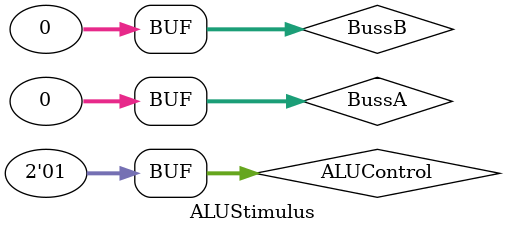
<source format=sv>
`timescale 1 ps / 100 fs

module ALUStimulus();

	parameter ClockDelay = 100000;

	reg [31:0] BussA, BussB;
	reg [1:0] ALUControl;

	wire [31:0] Output;
	wire zero, overflow, CarryOut, negative;

	integer i;

	// If your register file module is not named "alu" then you will
	// have to change the following line in order to create an instance of
	// your register file.  Also you must make sure that the port declarations
	// match up with the module instance in this stimulus file.
	alu alu1(Output, CarryOut, zero, overflow, negative, BussA, BussB, ALUControl);

	initial begin

		/* Addition unit testing */
		for (int i = 0; i < 4; i++) begin 
			ALUControl=i; 
			BussA=32'h00000DEF; BussB=32'h00000ABC; #(ClockDelay); // Should output 000018AB 
			BussA=32'h00001234; BussB=32'h00000105; #(ClockDelay); // Should output 00001339
			BussA=32'h7FFFFFFF; BussB=32'h00000001; #(ClockDelay); // Should output 80000000, overflow, negative
			
			/* Subtraction unit testing */
			ALUControl=01; 
			BussA=32'h00000DEF; BussB=32'h00000ABC; #(ClockDelay); // Should output 00000333
			BussA=32'h00001234; BussB=32'h00000105; #(ClockDelay); // Should output 0000112F	
			BussA=32'h80000000; BussB=32'h00000001; #(ClockDelay); // Should output 7FFFFFFF, overflow

			/* You should test your units EXTENSIVELY here.  We just gave a few ideas
	         above to get you started.  Make sure you've checked all outputs for
	         all "interesting" cases. */
	        BussA=32'h00000000; BussB=32'h00000000; #(ClockDelay); // Should output 00000000
	    end
	end
endmodule

</source>
